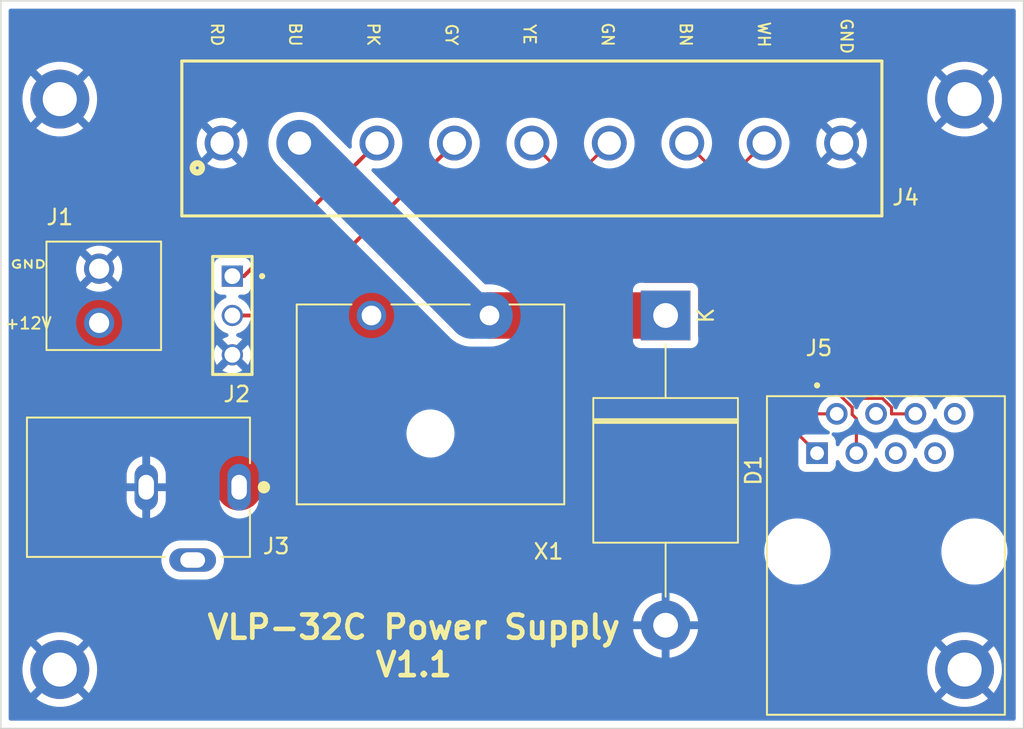
<source format=kicad_pcb>
(kicad_pcb (version 20211014) (generator pcbnew)
  (layers (0 "F.Cu" signal) (31 "B.Cu" power) (34 "B.Paste" user) (35 "F.Paste" user) (36 "B.SilkS" user "B.Silkscreen") (37 "F.SilkS" user "F.Silkscreen") (38 "B.Mask" user) (39 "F.Mask" user) (44 "Edge.Cuts" user))
  (net 0 "")
  (net 1 "+12V")
  (net 2 "GND")
  (net 3 "/12V_PRE_FUSE")
  (net 5 "/ETHERNET_TX+")
  (net 6 "/ETHERNET_TX-")
  (net 7 "/ETHERNET_RX+")
  (net 10 "/ETHERNET_RX-")
  (net 13 "/GPS_PULSE_CNT")
  (net 14 "/GPS_RXD_CNT")
  (footprint "691242710009:691242710009" (layer "F.Cu") (at 115.57 63.8)
    (fp_text reference "J4" (at 24.13 3.51) (layer "F.SilkS"))
    (fp_text value "691242710009" hide)
    (fp_line (start -22.6 4.7) (end -22.6 -5.3) (layer "F.SilkS") (width 0.2))
    (fp_line (start -22.6 -5.3) (end 22.6 -5.3) (layer "F.SilkS") (width 0.2))
    (fp_line (start 22.6 4.7) (end -22.6 4.7) (layer "F.SilkS") (width 0.2))
    (fp_line (start 22.6 -5.3) (end 22.6 4.7) (layer "F.SilkS") (width 0.2))
    (fp_circle (center -21.6 1.6) (end -21.5 1.6) (layer "F.SilkS") (width 0.4) (fill none))
    (pad "1" thru_hole circle locked (at -20 0) (size 2.25 2.25) (drill 1.5) (layers *.Cu *.Mask) (net 2 "GND"))
    (pad "2" thru_hole circle locked (at -15 0) (size 2.25 2.25) (drill 1.5) (layers *.Cu *.Mask) (net 1 "+12V"))
    (pad "3" thru_hole circle locked (at -10 0) (size 2.25 2.25) (drill 1.5) (layers *.Cu *.Mask) (net 13 "/GPS_PULSE_CNT"))
    (pad "4" thru_hole circle locked (at -5 0) (size 2.25 2.25) (drill 1.5) (layers *.Cu *.Mask) (net 14 "/GPS_RXD_CNT"))
    (pad "5" thru_hole circle locked (at 0 0) (size 2.25 2.25) (drill 1.5) (layers *.Cu *.Mask) (net 5 "/ETHERNET_TX+"))
    (pad "6" thru_hole circle locked (at 5 0) (size 2.25 2.25) (drill 1.5) (layers *.Cu *.Mask) (net 6 "/ETHERNET_TX-"))
    (pad "7" thru_hole circle locked (at 10 0) (size 2.25 2.25) (drill 1.5) (layers *.Cu *.Mask) (net 7 "/ETHERNET_RX+"))
    (pad "8" thru_hole circle locked (at 15 0) (size 2.25 2.25) (drill 1.5) (layers *.Cu *.Mask) (net 10 "/ETHERNET_RX-"))
    (pad "9" thru_hole circle locked (at 20 0) (size 2.25 2.25) (drill 1.5) (layers *.Cu *.Mask) (net 2 "GND"))
  )
  (footprint "MountingHole:MountingHole_2.2mm_M2_DIN965_Pad" (layer "F.Cu") (at 143.51 97.79)
    (fp_text reference "REF**" hide)
    (fp_text value "MountingHole_2.2mm_M2_DIN965_Pad" hide)
    (pad "3" thru_hole circle (at 0 0) (size 3.8 3.8) (drill 2.2) (layers *.Cu *.Mask) (net 2 "GND"))
  )
  (footprint "MountingHole:MountingHole_2.2mm_M2_DIN965_Pad" (layer "F.Cu") (at 143.51 60.96)
    (fp_text reference "REF**" hide)
    (fp_text value "MountingHole_2.2mm_M2_DIN965_Pad" hide)
    (pad "4" thru_hole circle (at 0 0) (size 3.8 3.8) (drill 2.2) (layers *.Cu *.Mask) (net 2 "GND"))
  )
  (footprint "TSW-101-26-L-T:SAMTEC_TSW-101-26-L-T" (layer "F.Cu") (at 96.2325 72.39 180)
    (fp_text reference "J2" (at -0.2875 -7.62) (layer "F.SilkS"))
    (fp_text value "TSW-101-26-L-T" hide)
    (fp_line (start 1.27 -6.35) (end 1.27 1.27) (layer "F.SilkS") (width 0.2))
    (fp_line (start -1.27 1.27) (end -1.27 -6.35) (layer "F.SilkS") (width 0.2))
    (fp_line (start 1.27 -6.35) (end -1.27 -6.35) (layer "F.SilkS") (width 0.2))
    (fp_line (start 1.27 1.27) (end -1.27 1.27) (layer "F.SilkS") (width 0.2))
    (fp_circle (center -1.92 0) (end -1.82 0) (layer "F.SilkS") (width 0.2) (fill none))
    (pad "01" thru_hole rect locked (at 0 0 180) (size 1.37 1.37) (drill 1.02) (layers *.Cu *.Mask) (net 13 "/GPS_PULSE_CNT"))
    (pad "02" thru_hole circle locked (at 0 -2.54 180) (size 1.37 1.37) (drill 1.02) (layers *.Cu *.Mask) (net 14 "/GPS_RXD_CNT"))
    (pad "03" thru_hole circle locked (at 0 -5.08 180) (size 1.37 1.37) (drill 1.02) (layers *.Cu *.Mask) (net 2 "GND"))
  )
  (footprint "Diode_THT:D_P600_R-6_P20.00mm_Horizontal" (layer "F.Cu") (at 124.205666 74.93 -90)
    (fp_text reference "D1" (at 10 -5.67 90) (layer "F.SilkS"))
    (fp_text value "5KPxxA" hide)
    (fp_text user "K" (at 0 -2.6 90) (layer "F.SilkS"))
    (fp_line (start 6.695 -4.67) (end 6.695 4.67) (layer "F.SilkS") (width 0.12))
    (fp_line (start 6.935 -4.67) (end 6.935 4.67) (layer "F.SilkS") (width 0.12))
    (fp_line (start 1.84 0) (end 5.33 0) (layer "F.SilkS") (width 0.12))
    (fp_line (start 18.16 0) (end 14.67 0) (layer "F.SilkS") (width 0.12))
    (fp_line (start 14.67 -4.67) (end 5.33 -4.67) (layer "F.SilkS") (width 0.12))
    (fp_line (start 14.67 4.67) (end 14.67 -4.67) (layer "F.SilkS") (width 0.12))
    (fp_line (start 5.33 -4.67) (end 5.33 4.67) (layer "F.SilkS") (width 0.12))
    (fp_line (start 5.33 4.67) (end 14.67 4.67) (layer "F.SilkS") (width 0.12))
    (fp_line (start 6.815 -4.67) (end 6.815 4.67) (layer "F.SilkS") (width 0.12))
    (pad "1" thru_hole rect (at 0 0 270) (size 3.2 3.2) (drill 1.6) (layers *.Cu *.Mask) (net 1 "+12V"))
    (pad "2" thru_hole oval (at 20 0 270) (size 3.2 3.2) (drill 1.6) (layers *.Cu *.Mask) (net 2 "GND"))
  )
  (footprint "691214110002:691214110002" (layer "F.Cu") (at 87.63 73.6595 -90)
    (fp_text reference "J1" (at -5.0795 2.5385 180) (layer "F.SilkS") (effects (font (size 1.002323 1.002323))))
    (fp_text value "691214110002" hide)
    (fp_line (start -3.5 3.4) (end 3.5 3.4) (layer "F.SilkS") (width 0.127))
    (fp_line (start -3.5 -4) (end -3.5 3.4) (layer "F.SilkS") (width 0.127))
    (fp_line (start 3.5 3.4) (end 3.5 -4) (layer "F.SilkS") (width 0.127))
    (fp_line (start 3.5 -4) (end -3.5 -4) (layer "F.SilkS") (width 0.127))
    (pad "1" thru_hole circle locked (at -1.75 0 270) (size 1.95 1.95) (drill 1.3) (layers *.Cu *.Mask) (net 2 "GND"))
    (pad "2" thru_hole circle locked (at 1.75 0 270) (size 1.95 1.95) (drill 1.3) (layers *.Cu *.Mask) (net 3 "/12V_PRE_FUSE"))
  )
  (footprint "SS-6488-NF:BEL_SS-6488-NF" (layer "F.Cu") (at 138.43 90.17)
    (fp_text reference "J5" (at -4.325 -13.135) (layer "F.SilkS"))
    (fp_text value "SS-6488-NF" hide)
    (fp_line (start -7.68 -10.03) (end 7.68 -10.03) (layer "F.SilkS") (width 0.127))
    (fp_line (start 7.68 -10.03) (end 7.68 10.54) (layer "F.SilkS") (width 0.127))
    (fp_line (start 7.68 10.54) (end -7.68 10.54) (layer "F.SilkS") (width 0.127))
    (fp_line (start -7.68 -10.03) (end -7.68 10.54) (layer "F.SilkS") (width 0.127))
    (fp_circle (center -4.445 -10.73) (end -4.345 -10.73) (layer "F.SilkS") (width 0.2) (fill none))
    (pad "" np_thru_hole circle locked (at -5.715 0) (size 3.25 3.25) (drill 3.25) (layers *.Cu *.Mask))
    (pad "" np_thru_hole circle locked (at 5.715 0) (size 3.25 3.25) (drill 3.25) (layers *.Cu *.Mask))
    (pad "1" thru_hole rect locked (at -4.445 -6.35) (size 1.398 1.398) (drill 0.89) (layers *.Cu *.Mask) (net 5 "/ETHERNET_TX+"))
    (pad "2" thru_hole circle locked (at -3.175 -8.89) (size 1.398 1.398) (drill 0.89) (layers *.Cu *.Mask) (net 6 "/ETHERNET_TX-"))
    (pad "3" thru_hole circle locked (at -1.905 -6.35) (size 1.398 1.398) (drill 0.89) (layers *.Cu *.Mask) (net 7 "/ETHERNET_RX+"))
    (pad "4" thru_hole circle locked (at -0.635 -8.89) (size 1.398 1.398) (drill 0.89) (layers *.Cu *.Mask))
    (pad "5" thru_hole circle locked (at 0.635 -6.35) (size 1.398 1.398) (drill 0.89) (layers *.Cu *.Mask))
    (pad "6" thru_hole circle locked (at 1.905 -8.89) (size 1.398 1.398) (drill 0.89) (layers *.Cu *.Mask) (net 10 "/ETHERNET_RX-"))
    (pad "7" thru_hole circle locked (at 3.175 -6.35) (size 1.398 1.398) (drill 0.89) (layers *.Cu *.Mask))
    (pad "8" thru_hole circle locked (at 4.445 -8.89) (size 1.398 1.398) (drill 0.89) (layers *.Cu *.Mask))
  )
  (footprint "MountingHole:MountingHole_2.2mm_M2_DIN965_Pad" (layer "F.Cu") (at 85.09 60.96)
    (fp_text reference "REF**" hide)
    (fp_text value "MountingHole_2.2mm_M2_DIN965_Pad" hide)
    (pad "1" thru_hole circle (at 0 0) (size 3.8 3.8) (drill 2.2) (layers *.Cu *.Mask) (net 2 "GND"))
  )
  (footprint "MountingHole:MountingHole_2.2mm_M2_DIN965_Pad" (layer "F.Cu") (at 85.09 97.79)
    (fp_text reference "REF**" hide)
    (fp_text value "MountingHole_2.2mm_M2_DIN965_Pad" hide)
    (pad "2" thru_hole circle (at 0 0) (size 3.8 3.8) (drill 2.2) (layers *.Cu *.Mask) (net 2 "GND"))
  )
  (footprint "PJ-102A:CUI_PJ-102A" (layer "F.Cu") (at 90.17 86.019 180)
    (fp_text reference "J3" (at -8.89 -3.81) (layer "F.SilkS") (effects (font (size 1.000693 1.000693))))
    (fp_text value "PJ-102A" hide)
    (fp_line (start 7.2 4.5) (end -7.2 4.5) (layer "F.SilkS") (width 0.127))
    (fp_line (start -7.2 -4.5) (end -5.35 -4.5) (layer "F.SilkS") (width 0.127))
    (fp_line (start -7.2 -1.45) (end -7.2 -4.5) (layer "F.SilkS") (width 0.127))
    (fp_line (start -7.2 4.5) (end -7.2 1.55) (layer "F.SilkS") (width 0.127))
    (fp_line (start 7.2 -4.5) (end 7.2 4.5) (layer "F.SilkS") (width 0.127))
    (fp_line (start -1.75 -4.5) (end 7.2 -4.5) (layer "F.SilkS") (width 0.127))
    (fp_circle (center -8.1 0) (end -7.9 0) (layer "F.SilkS") (width 0.4) (fill none))
    (pad "1" thru_hole oval locked (at -6.5 0 180) (size 1.508 3.016) (drill oval 1 1.6) (layers *.Cu *.Mask) (net 3 "/12V_PRE_FUSE"))
    (pad "2" thru_hole oval locked (at -0.5 0 180) (size 1.508 3.016) (drill oval 1 1.6) (layers *.Cu *.Mask) (net 2 "GND"))
    (pad "3" thru_hole oval locked (at -3.5 -4.7 180) (size 3.016 1.508) (drill oval 1.6 1) (layers *.Cu *.Mask))
  )
  (footprint "01530007Z:FUSE_01530007Z" (layer "F.Cu") (at 109.025333 82.55)
    (fp_text reference "X1" (at 7.62 7.62) (layer "F.SilkS"))
    (fp_text value "01530007Z" hide)
    (fp_line (start 8.636 -8.3312) (end 5.1 -8.3312) (layer "F.SilkS") (width 0.127))
    (fp_line (start 8.636 4.572) (end 8.636 -8.3312) (layer "F.SilkS") (width 0.127))
    (fp_line (start 2.53 -8.3312) (end -2.53 -8.3312) (layer "F.SilkS") (width 0.127))
    (fp_line (start -5.1 -8.3312) (end -8.636 -8.3312) (layer "F.SilkS") (width 0.127))
    (fp_line (start -8.636 4.572) (end 8.636 4.572) (layer "F.SilkS") (width 0.127))
    (fp_line (start -8.636 -8.3312) (end -8.636 4.572) (layer "F.SilkS") (width 0.127))
    (pad "" np_thru_hole circle locked (at 0 0) (size 2.0828 2.0828) (drill 2.0828) (layers *.Cu *.Mask))
    (pad "1" thru_hole circle locked (at -3.81 -7.62) (size 1.905 1.905) (drill 1.27) (layers *.Cu *.Mask) (net 3 "/12V_PRE_FUSE"))
    (pad "2" thru_hole circle locked (at 3.81 -7.62) (size 1.905 1.905) (drill 1.27) (layers *.Cu *.Mask) (net 1 "+12V"))
  )
  (gr_rect (start 81.28 54.61) (end 147.32 101.6) (layer "Edge.Cuts") (width 0.1) (fill none))
  (gr_text "GY" (at 110.381142 56.788857 270) (layer "F.SilkS") (effects (font (size 0.75 0.75) (thickness 0.125))))
  (gr_text "BN" (at 125.512284 56.788857 270) (layer "F.SilkS") (effects (font (size 0.75 0.75) (thickness 0.125))))
  (gr_text "WH" (at 130.556 56.788857 270) (layer "F.SilkS") (effects (font (size 0.75 0.75) (thickness 0.125))))
  (gr_text "GN" (at 120.46857 56.788857 270) (layer "F.SilkS") (effects (font (size 0.75 0.75) (thickness 0.125))))
  (gr_text "GND" (at 83.058 71.628) (layer "F.SilkS") (effects (font (size 0.5 0.75) (thickness 0.125))))
  (gr_text "BU" (at 100.293714 56.788857 270) (layer "F.SilkS") (effects (font (size 0.75 0.75) (thickness 0.125))))
  (gr_text "GND" (at 135.89 56.896 270) (layer "F.SilkS") (effects (font (size 0.75 0.75) (thickness 0.125))))
  (gr_text "YE" (at 115.424856 56.788857 270) (layer "F.SilkS") (effects (font (size 0.75 0.75) (thickness 0.125))))
  (gr_text "+12V" (at 83.058 75.438) (layer "F.SilkS") (effects (font (size 0.75 0.75) (thickness 0.125))))
  (gr_text "VLP-32C Power Supply\nV1.1" (at 107.95 96.266) (layer "F.SilkS") (effects (font (size 1.5 1.5) (thickness 0.3))))
  (gr_text "PK" (at 105.337428 56.788857 270) (layer "F.SilkS") (effects (font (size 0.75 0.75) (thickness 0.125))))
  (gr_text "RD" (at 95.25 56.788857 270) (layer "F.SilkS") (effects (font (size 0.75 0.75) (thickness 0.125))))
  (segment (start 112.835333 74.93) (end 124.205666 74.93) (width 3) (layer "F.Cu") (net 1))
  (segment (start 111.7 74.93) (end 100.57 63.8) (width 3) (layer "B.Cu") (net 1))
  (segment (start 112.835333 74.93) (end 111.7 74.93) (width 3) (layer "B.Cu") (net 1))
  (segment (start 87.63 75.4095) (end 95.695833 83.475333) (width 3) (layer "F.Cu") (net 3))
  (segment (start 96.67 83.475333) (end 105.215333 74.93) (width 3) (layer "F.Cu") (net 3))
  (segment (start 95.695833 83.475333) (end 96.67 83.475333) (width 3) (layer "F.Cu") (net 3))
  (segment (start 96.67 86.019) (end 96.67 83.475333) (width 3) (layer "F.Cu") (net 3))
  (segment (start 117.844999 67.679999) (end 122.895 72.73) (width 0.2) (layer "F.Cu") (net 5))
  (segment (start 117.844999 66.074999) (end 117.844999 67.679999) (width 0.2) (layer "F.Cu") (net 5))
  (segment (start 126.405666 72.73) (end 126.405666 76.240666) (width 0.2) (layer "F.Cu") (net 5))
  (segment (start 126.405666 76.240666) (end 133.985 83.82) (width 0.2) (layer "F.Cu") (net 5))
  (segment (start 115.57 63.8) (end 117.844999 66.074999) (width 0.2) (layer "F.Cu") (net 5))
  (segment (start 122.895 72.73) (end 126.405666 72.73) (width 0.2) (layer "F.Cu") (net 5))
  (segment (start 132.081397 81.28) (end 135.255 81.28) (width 0.2) (layer "F.Cu") (net 6))
  (segment (start 123.081416 72.280019) (end 126.592054 72.280019) (width 0.2) (layer "F.Cu") (net 6))
  (segment (start 126.855647 72.543612) (end 126.855647 76.05425) (width 0.2) (layer "F.Cu") (net 6))
  (segment (start 118.295001 66.074999) (end 118.295001 67.493604) (width 0.2) (layer "F.Cu") (net 6))
  (segment (start 118.295001 67.493604) (end 123.081416 72.280019) (width 0.2) (layer "F.Cu") (net 6))
  (segment (start 126.592054 72.280019) (end 126.855647 72.543612) (width 0.2) (layer "F.Cu") (net 6))
  (segment (start 126.855647 76.05425) (end 132.081397 81.28) (width 0.2) (layer "F.Cu") (net 6))
  (segment (start 120.57 63.8) (end 118.295001 66.074999) (width 0.2) (layer "F.Cu") (net 6))
  (segment (start 136.254 81.327199) (end 136.525 81.598199) (width 0.2) (layer "F.Cu") (net 7))
  (segment (start 136.525 81.598199) (end 136.525 83.82) (width 0.2) (layer "F.Cu") (net 7))
  (segment (start 127.844999 72.457199) (end 136.254 80.8662) (width 0.2) (layer "F.Cu") (net 7))
  (segment (start 127.844999 66.074999) (end 127.844999 72.457199) (width 0.2) (layer "F.Cu") (net 7))
  (segment (start 125.57 63.8) (end 127.844999 66.074999) (width 0.2) (layer "F.Cu") (net 7))
  (segment (start 136.254 80.8662) (end 136.254 81.327199) (width 0.2) (layer "F.Cu") (net 7))
  (segment (start 138.2088 80.281) (end 138.794 80.8662) (width 0.2) (layer "F.Cu") (net 10))
  (segment (start 130.57 63.8) (end 128.295001 66.074999) (width 0.2) (layer "F.Cu") (net 10))
  (segment (start 128.295001 72.270832) (end 136.305169 80.281) (width 0.2) (layer "F.Cu") (net 10))
  (segment (start 138.794 81.28) (end 140.335 81.28) (width 0.2) (layer "F.Cu") (net 10))
  (segment (start 128.295001 66.074999) (end 128.295001 72.270832) (width 0.2) (layer "F.Cu") (net 10))
  (segment (start 136.305169 80.281) (end 138.2088 80.281) (width 0.2) (layer "F.Cu") (net 10))
  (segment (start 138.794 80.8662) (end 138.794 81.28) (width 0.2) (layer "F.Cu") (net 10))
  (segment (start 105.57 63.8) (end 96.98 72.39) (width 0.25) (layer "F.Cu") (net 13))
  (segment (start 96.98 72.39) (end 96.2325 72.39) (width 0.25) (layer "F.Cu") (net 13))
  (segment (start 99.44 74.93) (end 110.57 63.8) (width 0.25) (layer "F.Cu") (net 14))
  (segment (start 96.2325 74.93) (end 99.44 74.93) (width 0.25) (layer "F.Cu") (net 14))
  (zone (net 2) (net_name "GND") (layer "B.Cu") (connect_pads (clearance 0.508)) (min_thickness 0.254) (fill yes (thermal_gap 0.508) (thermal_bridge_width 0.508))
    (polygon (pts (xy 147.32 101.6) (xy 81.28 101.6) (xy 81.28 54.61) (xy 147.32 54.61)))
  )
  (zone (net 2) (net_name "GND") (layer "B.Cu") (connect_pads (clearance 0.508)) (min_thickness 0.254) (fill yes (thermal_gap 0.508) (thermal_bridge_width 0.508))
    (polygon (pts (xy 119.38 99.06) (xy 114.3 99.06) (xy 114.3 93.98) (xy 119.38 93.98)))
  )
)
</source>
